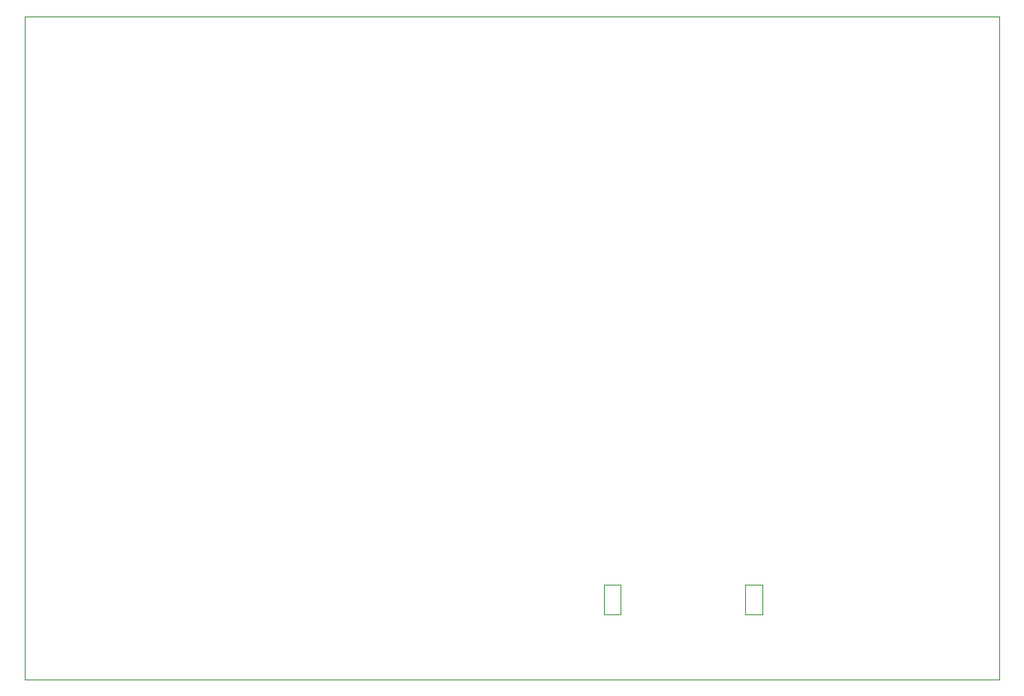
<source format=gbr>
%TF.GenerationSoftware,KiCad,Pcbnew,7.0.9*%
%TF.CreationDate,2024-03-08T21:09:09+01:00*%
%TF.ProjectId,SI4684,53493436-3834-42e6-9b69-6361645f7063,A*%
%TF.SameCoordinates,Original*%
%TF.FileFunction,Profile,NP*%
%FSLAX46Y46*%
G04 Gerber Fmt 4.6, Leading zero omitted, Abs format (unit mm)*
G04 Created by KiCad (PCBNEW 7.0.9) date 2024-03-08 21:09:09*
%MOMM*%
%LPD*%
G01*
G04 APERTURE LIST*
%TA.AperFunction,Profile*%
%ADD10C,0.050000*%
%TD*%
%TA.AperFunction,Profile*%
%ADD11C,0.120000*%
%TD*%
G04 APERTURE END LIST*
D10*
X99568000Y-134290000D02*
X99568000Y-66290000D01*
X199568000Y-134290000D02*
X199568000Y-66290000D01*
X99568000Y-134290000D02*
X199568000Y-134290000D01*
X99568000Y-66290000D02*
X199568000Y-66290000D01*
D11*
%TO.C,J5*%
X175232000Y-127597000D02*
X173532000Y-127597000D01*
X175232000Y-124577000D02*
X175232000Y-127597000D01*
X173532000Y-127597000D02*
X173532000Y-124577000D01*
X173532000Y-124577000D02*
X175232000Y-124577000D01*
X160752000Y-127597000D02*
X159052000Y-127597000D01*
X160752000Y-124577000D02*
X160752000Y-127597000D01*
X159052000Y-127597000D02*
X159052000Y-124577000D01*
X159052000Y-124577000D02*
X160752000Y-124577000D01*
%TD*%
M02*

</source>
